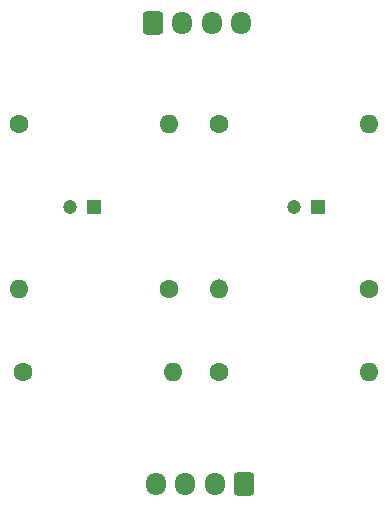
<source format=gbr>
%TF.GenerationSoftware,KiCad,Pcbnew,(6.0.6)*%
%TF.CreationDate,2022-08-24T10:35:02+01:00*%
%TF.ProjectId,board2,626f6172-6432-42e6-9b69-6361645f7063,rev?*%
%TF.SameCoordinates,Original*%
%TF.FileFunction,Copper,L1,Top*%
%TF.FilePolarity,Positive*%
%FSLAX46Y46*%
G04 Gerber Fmt 4.6, Leading zero omitted, Abs format (unit mm)*
G04 Created by KiCad (PCBNEW (6.0.6)) date 2022-08-24 10:35:02*
%MOMM*%
%LPD*%
G01*
G04 APERTURE LIST*
G04 Aperture macros list*
%AMRoundRect*
0 Rectangle with rounded corners*
0 $1 Rounding radius*
0 $2 $3 $4 $5 $6 $7 $8 $9 X,Y pos of 4 corners*
0 Add a 4 corners polygon primitive as box body*
4,1,4,$2,$3,$4,$5,$6,$7,$8,$9,$2,$3,0*
0 Add four circle primitives for the rounded corners*
1,1,$1+$1,$2,$3*
1,1,$1+$1,$4,$5*
1,1,$1+$1,$6,$7*
1,1,$1+$1,$8,$9*
0 Add four rect primitives between the rounded corners*
20,1,$1+$1,$2,$3,$4,$5,0*
20,1,$1+$1,$4,$5,$6,$7,0*
20,1,$1+$1,$6,$7,$8,$9,0*
20,1,$1+$1,$8,$9,$2,$3,0*%
G04 Aperture macros list end*
%TA.AperFunction,ComponentPad*%
%ADD10C,1.600000*%
%TD*%
%TA.AperFunction,ComponentPad*%
%ADD11O,1.600000X1.600000*%
%TD*%
%TA.AperFunction,ComponentPad*%
%ADD12R,1.200000X1.200000*%
%TD*%
%TA.AperFunction,ComponentPad*%
%ADD13C,1.200000*%
%TD*%
%TA.AperFunction,ComponentPad*%
%ADD14RoundRect,0.250000X0.600000X0.725000X-0.600000X0.725000X-0.600000X-0.725000X0.600000X-0.725000X0*%
%TD*%
%TA.AperFunction,ComponentPad*%
%ADD15O,1.700000X1.950000*%
%TD*%
%TA.AperFunction,ComponentPad*%
%ADD16RoundRect,0.250000X-0.600000X-0.725000X0.600000X-0.725000X0.600000X0.725000X-0.600000X0.725000X0*%
%TD*%
%TA.AperFunction,Conductor*%
%ADD17C,0.500000*%
%TD*%
G04 APERTURE END LIST*
D10*
%TO.P,R1,1*%
%TO.N,Net-(J2-Pad1)*%
X75350000Y-99000000D03*
D11*
%TO.P,R1,2*%
%TO.N,Net-(J1-Pad2)*%
X62650000Y-99000000D03*
%TD*%
D12*
%TO.P,C2,1*%
%TO.N,GND*%
X71000000Y-92000000D03*
D13*
%TO.P,C2,2*%
%TO.N,Net-(J1-Pad2)*%
X69000000Y-92000000D03*
%TD*%
D14*
%TO.P,J2,1,Pin_1*%
%TO.N,Net-(J2-Pad1)*%
X64750000Y-115525000D03*
D15*
%TO.P,J2,2,Pin_2*%
%TO.N,Net-(J2-Pad2)*%
X62250000Y-115525000D03*
%TO.P,J2,3,Pin_3*%
%TO.N,+5V*%
X59750000Y-115525000D03*
%TO.P,J2,4,Pin_4*%
%TO.N,GND*%
X57250000Y-115525000D03*
%TD*%
D10*
%TO.P,R2,1*%
%TO.N,GND*%
X46000000Y-106000000D03*
D11*
%TO.P,R2,2*%
%TO.N,Net-(J2-Pad2)*%
X58700000Y-106000000D03*
%TD*%
D12*
%TO.P,C1,1*%
%TO.N,GND*%
X52000000Y-92000000D03*
D13*
%TO.P,C1,2*%
%TO.N,Net-(C1-Pad2)*%
X50000000Y-92000000D03*
%TD*%
D10*
%TO.P,R6,1*%
%TO.N,Net-(J1-Pad2)*%
X62650000Y-85000000D03*
D11*
%TO.P,R6,2*%
%TO.N,+5V*%
X75350000Y-85000000D03*
%TD*%
D10*
%TO.P,R3,1*%
%TO.N,Net-(J2-Pad2)*%
X58350000Y-99000000D03*
D11*
%TO.P,R3,2*%
%TO.N,Net-(C1-Pad2)*%
X45650000Y-99000000D03*
%TD*%
D10*
%TO.P,R5,1*%
%TO.N,Net-(C1-Pad2)*%
X45650000Y-85000000D03*
D11*
%TO.P,R5,2*%
%TO.N,+5V*%
X58350000Y-85000000D03*
%TD*%
D10*
%TO.P,R4,1*%
%TO.N,GND*%
X62650000Y-106000000D03*
D11*
%TO.P,R4,2*%
%TO.N,Net-(J2-Pad1)*%
X75350000Y-106000000D03*
%TD*%
D16*
%TO.P,J1,1,Pin_1*%
%TO.N,Net-(C1-Pad2)*%
X57000000Y-76475000D03*
D15*
%TO.P,J1,2,Pin_2*%
%TO.N,Net-(J1-Pad2)*%
X59500000Y-76475000D03*
%TO.P,J1,3,Pin_3*%
%TO.N,+5V*%
X62000000Y-76475000D03*
%TO.P,J1,4,Pin_4*%
%TO.N,GND*%
X64500000Y-76475000D03*
%TD*%
D17*
%TO.N,Net-(C1-Pad2)*%
X57000000Y-76475000D02*
X56878554Y-76475000D01*
X57000000Y-76475000D02*
X57000000Y-77000000D01*
%TO.N,Net-(J1-Pad2)*%
X62650000Y-98350000D02*
X62650000Y-99000000D01*
%TO.N,Net-(J2-Pad2)*%
X58350000Y-105650000D02*
X58700000Y-106000000D01*
%TD*%
M02*

</source>
